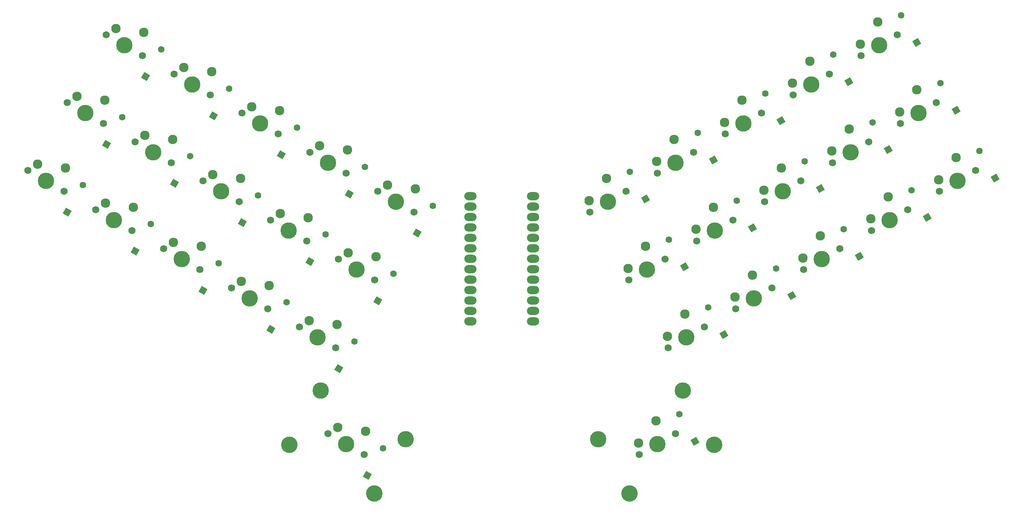
<source format=gbr>
%TF.GenerationSoftware,KiCad,Pcbnew,7.0.8*%
%TF.CreationDate,2023-12-05T04:00:53-05:00*%
%TF.ProjectId,4900_keeb_for_me,34393030-5f6b-4656-9562-5f666f725f6d,rev?*%
%TF.SameCoordinates,Original*%
%TF.FileFunction,Soldermask,Bot*%
%TF.FilePolarity,Negative*%
%FSLAX46Y46*%
G04 Gerber Fmt 4.6, Leading zero omitted, Abs format (unit mm)*
G04 Created by KiCad (PCBNEW 7.0.8) date 2023-12-05 04:00:53*
%MOMM*%
%LPD*%
G01*
G04 APERTURE LIST*
G04 Aperture macros list*
%AMHorizOval*
0 Thick line with rounded ends*
0 $1 width*
0 $2 $3 position (X,Y) of the first rounded end (center of the circle)*
0 $4 $5 position (X,Y) of the second rounded end (center of the circle)*
0 Add line between two ends*
20,1,$1,$2,$3,$4,$5,0*
0 Add two circle primitives to create the rounded ends*
1,1,$1,$2,$3*
1,1,$1,$4,$5*%
%AMRotRect*
0 Rectangle, with rotation*
0 The origin of the aperture is its center*
0 $1 length*
0 $2 width*
0 $3 Rotation angle, in degrees counterclockwise*
0 Add horizontal line*
21,1,$1,$2,0,0,$3*%
G04 Aperture macros list end*
%ADD10C,1.750000*%
%ADD11C,3.987800*%
%ADD12C,2.300000*%
%ADD13C,4.000000*%
%ADD14HorizOval,1.600000X0.000000X0.000000X0.000000X0.000000X0*%
%ADD15RotRect,1.600000X1.600000X60.000000*%
%ADD16HorizOval,1.600000X0.000000X0.000000X0.000000X0.000000X0*%
%ADD17RotRect,1.600000X1.600000X120.000000*%
%ADD18O,3.000000X2.000000*%
G04 APERTURE END LIST*
D10*
%TO.C,SW3*%
X85657551Y-62178040D03*
D11*
X90056960Y-64718040D03*
D10*
X94456369Y-67258040D03*
D12*
X88027403Y-60613335D03*
X94796665Y-61588631D03*
%TD*%
D10*
%TO.C,SW21*%
X33610783Y-76122772D03*
D11*
X38010192Y-78662772D03*
D10*
X42409601Y-81202772D03*
D12*
X35980635Y-74558067D03*
X42749897Y-75533363D03*
%TD*%
D10*
%TO.C,SW22*%
X50108567Y-85647772D03*
D11*
X54507976Y-88187772D03*
D10*
X58907385Y-90727772D03*
D12*
X52478419Y-84083067D03*
X59247681Y-85058363D03*
%TD*%
D10*
%TO.C,SW17*%
X196221947Y-93279988D03*
D11*
X200621356Y-90739988D03*
D10*
X205020765Y-88199988D03*
D12*
X196051799Y-90445283D03*
X200281061Y-85070579D03*
%TD*%
D10*
%TO.C,SW27*%
X205745847Y-109778608D03*
D11*
X210145256Y-107238608D03*
D10*
X214544665Y-104698608D03*
D12*
X205575699Y-106943903D03*
X209804961Y-101569199D03*
%TD*%
D10*
%TO.C,SW15*%
X109126919Y-97725472D03*
D11*
X113526328Y-100265472D03*
D10*
X117925737Y-102805472D03*
D12*
X111496771Y-96160767D03*
X118266033Y-97136063D03*
%TD*%
D10*
%TO.C,SW29*%
X238741415Y-90728608D03*
D11*
X243140824Y-88188608D03*
D10*
X247540233Y-85648608D03*
D12*
X238571267Y-87893903D03*
X242800529Y-82519199D03*
%TD*%
D10*
%TO.C,SW1*%
X52661983Y-43128040D03*
D11*
X57061392Y-45668040D03*
D10*
X61460801Y-48208040D03*
D12*
X55031835Y-41563335D03*
X61801097Y-42538631D03*
%TD*%
D10*
%TO.C,SW12*%
X59633567Y-69150472D03*
D11*
X64032976Y-71690472D03*
D10*
X68432385Y-74230472D03*
D12*
X62003419Y-67585767D03*
X68772681Y-68561063D03*
%TD*%
D10*
%TO.C,SW13*%
X76131351Y-78675472D03*
D11*
X80530760Y-81215472D03*
D10*
X84930169Y-83755472D03*
D12*
X78501203Y-77110767D03*
X85270465Y-78086063D03*
%TD*%
D10*
%TO.C,SW6*%
X170199163Y-86307688D03*
D11*
X174598572Y-83767688D03*
D10*
X178997981Y-81227688D03*
D12*
X170029015Y-83472983D03*
X174258277Y-78098279D03*
%TD*%
D10*
%TO.C,SW28*%
X222243631Y-100253608D03*
D11*
X226643040Y-97713608D03*
D10*
X231042449Y-95173608D03*
D12*
X222073483Y-97418903D03*
X226302745Y-92044199D03*
%TD*%
D10*
%TO.C,SW9*%
X219692515Y-57732688D03*
D11*
X224091924Y-55192688D03*
D10*
X228491333Y-52652688D03*
D12*
X219522367Y-54897983D03*
X223751629Y-49523279D03*
%TD*%
D10*
%TO.C,SW19*%
X229217515Y-74229988D03*
D11*
X233616924Y-71689988D03*
D10*
X238016333Y-69149988D03*
D12*
X229047367Y-71395283D03*
X233276629Y-66020579D03*
%TD*%
D10*
%TO.C,SW20*%
X245715299Y-64704988D03*
D11*
X250114708Y-62164988D03*
D10*
X254514117Y-59624988D03*
D12*
X245545151Y-61870283D03*
X249774413Y-56495579D03*
%TD*%
D13*
%TO.C,S32*%
X200479057Y-142881240D03*
D11*
X192859057Y-129683013D03*
D13*
X179856827Y-154787490D03*
D11*
X172236827Y-141589263D03*
%TD*%
D10*
%TO.C,SW31*%
X106575903Y-140246392D03*
D11*
X110975312Y-142786392D03*
D10*
X115374721Y-145326392D03*
D12*
X108945755Y-138681687D03*
X115715017Y-139656983D03*
%TD*%
D10*
%TO.C,SW7*%
X186696947Y-76782688D03*
D11*
X191096356Y-74242688D03*
D10*
X195495765Y-71702688D03*
D12*
X186526799Y-73947983D03*
X190756061Y-68573279D03*
%TD*%
D10*
%TO.C,SW4*%
X102155335Y-71703040D03*
D11*
X106554744Y-74243040D03*
D10*
X110954153Y-76783040D03*
D12*
X104525187Y-70138335D03*
X111294449Y-71113631D03*
%TD*%
D10*
%TO.C,SW5*%
X118653119Y-81228040D03*
D11*
X123052528Y-83768040D03*
D10*
X127451937Y-86308040D03*
D12*
X121022971Y-79663335D03*
X127792233Y-80638631D03*
%TD*%
D10*
%TO.C,SW18*%
X212719731Y-83754988D03*
D11*
X217119140Y-81214988D03*
D10*
X221518549Y-78674988D03*
D12*
X212549583Y-80920283D03*
X216778845Y-75545579D03*
%TD*%
D10*
%TO.C,SW11*%
X43135783Y-59625472D03*
D11*
X47535192Y-62165472D03*
D10*
X51934601Y-64705472D03*
D12*
X45505635Y-58060767D03*
X52274897Y-59036063D03*
%TD*%
D10*
%TO.C,SW2*%
X69159767Y-52653040D03*
D11*
X73559176Y-55193040D03*
D10*
X77958585Y-57733040D03*
D12*
X71529619Y-51088335D03*
X78298881Y-52063631D03*
%TD*%
D10*
%TO.C,SW23*%
X66606351Y-95172772D03*
D11*
X71005760Y-97712772D03*
D10*
X75405169Y-100252772D03*
D12*
X68976203Y-93608067D03*
X75745465Y-94583363D03*
%TD*%
D10*
%TO.C,SW14*%
X92629135Y-88200472D03*
D11*
X97028544Y-90740472D03*
D10*
X101427953Y-93280472D03*
D12*
X94998987Y-86635767D03*
X101768249Y-87611063D03*
%TD*%
D10*
%TO.C,SW24*%
X83104135Y-104697772D03*
D11*
X87503544Y-107237772D03*
D10*
X91902953Y-109777772D03*
D12*
X85473987Y-103133067D03*
X92243249Y-104108363D03*
%TD*%
D13*
%TO.C,S31*%
X117793073Y-154787490D03*
D11*
X125413073Y-141589263D03*
D13*
X97170843Y-142881240D03*
D11*
X104790843Y-129683013D03*
%TD*%
D10*
%TO.C,SW25*%
X99601919Y-114222772D03*
D11*
X104001328Y-116762772D03*
D10*
X108400737Y-119302772D03*
D12*
X101971771Y-112658067D03*
X108741033Y-113633363D03*
%TD*%
D10*
%TO.C,SW8*%
X203194731Y-67257688D03*
D11*
X207594140Y-64717688D03*
D10*
X211993549Y-62177688D03*
D12*
X203024583Y-64422983D03*
X207253845Y-59048279D03*
%TD*%
D10*
%TO.C,SW16*%
X179724163Y-102804988D03*
D11*
X184123572Y-100264988D03*
D10*
X188522981Y-97724988D03*
D12*
X179554015Y-99970283D03*
X183783277Y-94595579D03*
%TD*%
D10*
%TO.C,SW32*%
X182275279Y-145326392D03*
D11*
X186674688Y-142786392D03*
D10*
X191074097Y-140246392D03*
D12*
X182105131Y-142491687D03*
X186334393Y-137116983D03*
%TD*%
D10*
%TO.C,SW10*%
X236190299Y-48207688D03*
D11*
X240589708Y-45667688D03*
D10*
X244989117Y-43127688D03*
D12*
X236020151Y-45372983D03*
X240249413Y-39998279D03*
%TD*%
D10*
%TO.C,SW30*%
X255239199Y-81203608D03*
D11*
X259638608Y-78663608D03*
D10*
X264038017Y-76123608D03*
D12*
X255069051Y-78368903D03*
X259298313Y-72994199D03*
%TD*%
D10*
%TO.C,SW26*%
X189248063Y-119303608D03*
D11*
X193647472Y-116763608D03*
D10*
X198046881Y-114223608D03*
D12*
X189077915Y-116468903D03*
X193307177Y-111094199D03*
%TD*%
D14*
%TO.C,D21*%
X46991947Y-79654662D03*
D15*
X43181947Y-86253776D03*
%TD*%
D16*
%TO.C,D16*%
X189473452Y-92982505D03*
D17*
X193283452Y-99581619D03*
%TD*%
D16*
%TO.C,D7*%
X196446235Y-66960205D03*
D17*
X200256235Y-73559319D03*
%TD*%
D14*
%TO.C,D11*%
X56516947Y-63157362D03*
D15*
X52706947Y-69756476D03*
%TD*%
D14*
%TO.C,D15*%
X122508083Y-101257362D03*
D15*
X118698083Y-107856476D03*
%TD*%
D16*
%TO.C,D18*%
X222469020Y-73932505D03*
D17*
X226279020Y-80531619D03*
%TD*%
D16*
%TO.C,D17*%
X205971236Y-83457505D03*
D17*
X209781236Y-90056619D03*
%TD*%
D16*
%TO.C,D28*%
X231992920Y-90431125D03*
D17*
X235802920Y-97030239D03*
%TD*%
D14*
%TO.C,D2*%
X82540931Y-56184930D03*
D15*
X78730931Y-62784044D03*
%TD*%
D14*
%TO.C,D1*%
X66043147Y-46659930D03*
D15*
X62233147Y-53259044D03*
%TD*%
D14*
%TO.C,D25*%
X112983083Y-117754662D03*
D15*
X109173083Y-124353776D03*
%TD*%
D16*
%TO.C,D19*%
X238966804Y-64407505D03*
D17*
X242776804Y-71006619D03*
%TD*%
D14*
%TO.C,D24*%
X96485299Y-108229662D03*
D15*
X92675299Y-114828776D03*
%TD*%
D14*
%TO.C,D31*%
X119957067Y-143778282D03*
D15*
X116147067Y-150377396D03*
%TD*%
D14*
%TO.C,D22*%
X63489731Y-89179662D03*
D15*
X59679731Y-95778776D03*
%TD*%
D16*
%TO.C,D30*%
X264988488Y-71381125D03*
D17*
X268798488Y-77980239D03*
%TD*%
D16*
%TO.C,D29*%
X248490704Y-80906125D03*
D17*
X252300704Y-87505239D03*
%TD*%
D14*
%TO.C,D3*%
X99038715Y-65709930D03*
D15*
X95228715Y-72309044D03*
%TD*%
D18*
%TO.C,U1*%
X141204950Y-82420000D03*
X141204950Y-84960000D03*
X141204950Y-87500000D03*
X141204950Y-90040000D03*
X141204950Y-92580000D03*
X141204950Y-95120000D03*
X141204950Y-97660000D03*
X141204950Y-100200000D03*
X141204950Y-102740000D03*
X141204950Y-105280000D03*
X141204950Y-107820000D03*
X141204950Y-110360000D03*
X141204950Y-112900000D03*
X156444950Y-112900000D03*
X156444950Y-110360000D03*
X156444950Y-107820000D03*
X156444950Y-105280000D03*
X156444950Y-102740000D03*
X156444950Y-100200000D03*
X156444950Y-97660000D03*
X156444950Y-95120000D03*
X156444950Y-92580000D03*
X156444950Y-90040000D03*
X156444950Y-87500000D03*
X156444950Y-84960000D03*
X156444950Y-82420000D03*
%TD*%
D14*
%TO.C,D5*%
X132034283Y-84759930D03*
D15*
X128224283Y-91359044D03*
%TD*%
D16*
%TO.C,D27*%
X215495136Y-99956125D03*
D17*
X219305136Y-106555239D03*
%TD*%
D14*
%TO.C,D13*%
X89512515Y-82207362D03*
D15*
X85702515Y-88806476D03*
%TD*%
D14*
%TO.C,D23*%
X79987515Y-98704662D03*
D15*
X76177515Y-105303776D03*
%TD*%
D16*
%TO.C,D26*%
X198997352Y-109481125D03*
D17*
X202807352Y-116080239D03*
%TD*%
D16*
%TO.C,D20*%
X255464588Y-54882505D03*
D17*
X259274588Y-61481619D03*
%TD*%
D14*
%TO.C,D14*%
X106010299Y-91732362D03*
D15*
X102200299Y-98331476D03*
%TD*%
D16*
%TO.C,D8*%
X212944019Y-57435205D03*
D17*
X216754019Y-64034319D03*
%TD*%
D16*
%TO.C,D6*%
X179948451Y-76485205D03*
D17*
X183758451Y-83084319D03*
%TD*%
D16*
%TO.C,D10*%
X245939587Y-38385205D03*
D17*
X249749587Y-44984319D03*
%TD*%
D14*
%TO.C,D4*%
X115536499Y-75234930D03*
D15*
X111726499Y-81834044D03*
%TD*%
D16*
%TO.C,D32*%
X192024568Y-135503909D03*
D17*
X195834568Y-142103023D03*
%TD*%
D16*
%TO.C,D9*%
X229441803Y-47910205D03*
D17*
X233251803Y-54509319D03*
%TD*%
D14*
%TO.C,D12*%
X73014731Y-72682362D03*
D15*
X69204731Y-79281476D03*
%TD*%
M02*

</source>
